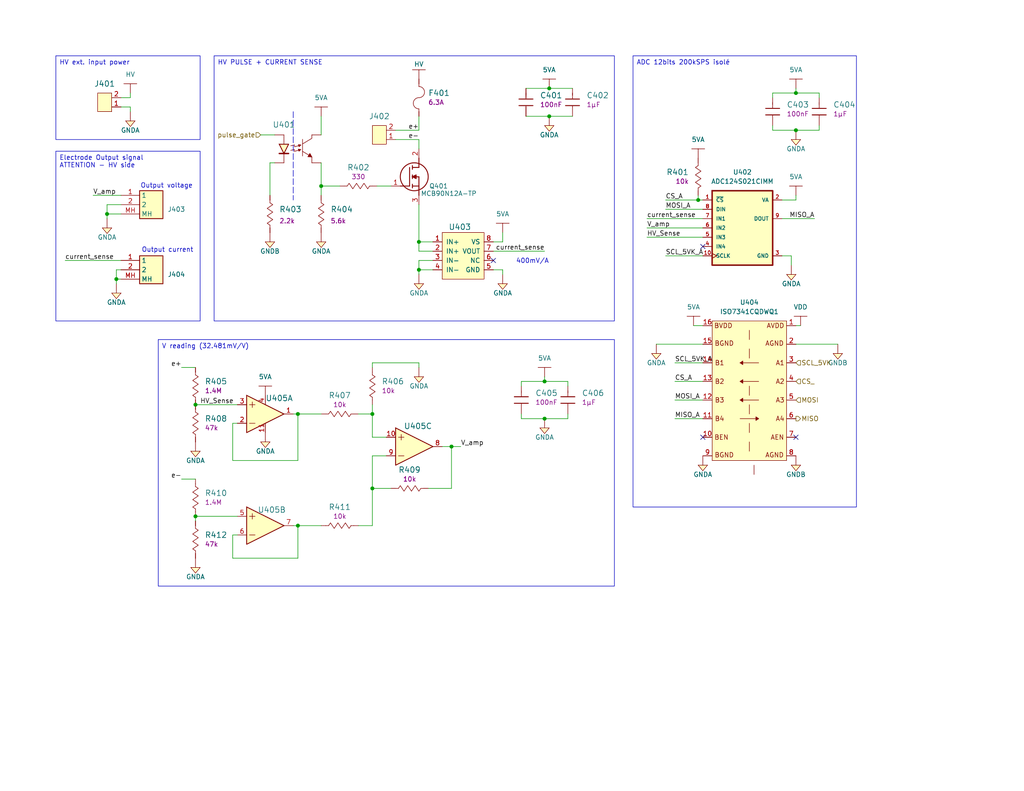
<source format=kicad_sch>
(kicad_sch (version 20231120) (generator "eeschema") (generator_version "8.0")
  (paper "USLetter")
  (title_block (title "HV Sense") (date "2024-05-17") (comment 1 "Gérémy Sauvageau"))
  (lib_symbols
    (symbol "ADC:ADC124S021CIMM" (pin_names (offset 1.016))
      (property "Reference" "U" (at -8.382 11.176 0))
      (property "Value" "ADC124S021CIMM" (at -10.16 -13.208 0))
      (symbol "ADC124S021CIMM_1_0"
        (pin input line (at -11.43 7.62 0) (length 2.54) (name "~{CS}") (number "1"))
        (pin input clock (at -11.43 -7.62 0) (length 2.54) (name "SCLK") (number "10"))
        (pin power_in line (at 10.16 7.62 180) (length 2.54) (name "VA") (number "2"))
        (pin power_in line (at 10.16 -7.62 180) (length 2.54) (name "GND") (number "3"))
        (pin input line (at -11.43 -5.08 0) (length 2.54) (name "IN4") (number "4"))
        (pin input line (at -11.43 -2.54 0) (length 2.54) (name "IN3") (number "5"))
        (pin input line (at -11.43 0 0) (length 2.54) (name "IN2") (number "6"))
        (pin input line (at -11.43 2.54 0) (length 2.54) (name "IN1") (number "7"))
        (pin input line (at -11.43 5.08 0) (length 2.54) (name "DIN") (number "8"))
        (pin output line (at 10.16 2.54 180) (length 2.54) (name "DOUT") (number "9"))
      )
    )
    (symbol "Amplifiers:MCP6L04T-E/SL" (pin_names (offset 0.254))
      (property "Reference" "U" (at 0.762 -7.366 0))
      (property "Value" "MCP6L04T-E/SL" (at 0.762 -9.906 0))
      (symbol "MCP6L04T-E/SL_1_1"
        (pin output line (at 8.89 0 180) (length 2.54) (name "") (number "1"))
        (pin power_in line (at 1.27 -5.08 90) (length 2.54) (name "") (number "11"))
        (pin input line (at -6.35 -2.54 0) (length 2.54) (name "") (number "2"))
        (pin input line (at -6.35 2.54 0) (length 2.54) (name "") (number "3"))
        (pin power_in line (at 1.27 5.08 270) (length 2.54) (name "") (number "4"))
      )
      (symbol "MCP6L04T-E/SL_2_1"
        (pin input line (at -6.35 2.54 0) (length 2.54) (name "") (number "5"))
        (pin input line (at -6.35 -2.54 0) (length 2.54) (name "") (number "6"))
        (pin output line (at 8.89 0 180) (length 2.54) (name "") (number "7"))
      )
      (symbol "MCP6L04T-E/SL_3_1"
        (pin input line (at -6.35 2.54 0) (length 2.54) (name "") (number "10"))
        (pin output line (at 8.89 0 180) (length 2.54) (name "") (number "8"))
        (pin input line (at -6.35 -2.54 0) (length 2.54) (name "") (number "9"))
      )
      (symbol "MCP6L04T-E/SL_4_1"
        (pin input line (at -6.35 2.54 0) (length 2.54) (name "") (number "12"))
        (pin input line (at -6.35 -2.54 0) (length 2.54) (name "") (number "13"))
        (pin output line (at 8.89 0 180) (length 2.54) (name "") (number "14"))
      )
    )
    (symbol "Capacitors:885012207098" (pin_numbers hide) (pin_names (offset 0) hide)
      (property "Reference" "C" (at -1.27 4.064 0))
      (property "Capacitance (Farad)" "100nF" (at -1.27 -3.048 0))
      (symbol "885012207098_1_1"
        (pin passive line (at -5.08 0 0) (length 2.54) (name "1") (number "1"))
        (pin passive line (at 2.54 0 180) (length 2.54) (name "2") (number "2"))
      )
    )
    (symbol "Capacitors:885012207103" (pin_numbers hide) (pin_names (offset 0) hide)
      (property "Reference" "C" (at -1.27 4.064 0))
      (property "Capacitance (Farad)" "1µF" (at -1.27 -3.048 0))
      (symbol "885012207103_1_1"
        (pin passive line (at -5.08 0 0) (length 2.54) (name "1") (number "1"))
        (pin passive line (at 2.54 0 180) (length 2.54) (name "2") (number "2"))
      )
    )
    (symbol "Connectors:1935161" (pin_names (offset 0) hide)
      (property "Reference" "J" (at -2.54 5.08 0))
      (symbol "1935161_1_1"
        (pin passive line (at 2.54 0 180) (length 2.54) (name "~") (number "1"))
        (pin passive line (at 2.54 2.54 180) (length 2.54) (name "~") (number "2"))
      )
    )
    (symbol "Connectors:RF1-01K-D-00-50-BK-HDW "
      (property "Reference" "J" (at 19.05 7.62 0))
      (property "Value" "RF1-01K-D-00-50-BK-HDW " (at 0.762 -8.382 0))
      (symbol "RF1-01K-D-00-50-BK-HDW _1_1"
        (pin passive line (at 20.32 1.27 180) (length 5.08) (name "1") (number "1"))
        (pin passive line (at 20.32 -1.27 180) (length 5.08) (name "2") (number "2"))
        (pin passive line (at 20.32 -3.81 180) (length 5.08) (name "MH") (number "MH"))
      )
    )
    (symbol "Fuses:0698Q6300-01" (pin_numbers hide) (pin_names (offset 0) hide)
      (property "Reference" "F" (at 0 2.794 0))
      (property "Current Rating (A)" "6.3A" (at 0 -2.54 0))
      (symbol "0698Q6300-01_1_1"
        (pin passive line (at -5.08 0 0) (length 1.27) (name "1") (number "1"))
        (pin passive line (at 5.08 0 180) (length 1.27) (name "2") (number "2"))
      )
    )
    (symbol "Isolators:ISO7341CQDWQ1" (pin_names (offset 1.016) hide)
      (property "Reference" "U" (at 0 0 0))
      (property "Value" "ISO7341CQDWQ1" (at -1.27 -40.64 0))
      (symbol "ISO7341CQDWQ1_1_1"
        (text "A1" (at -8.382 -12.7 0) (effects (font (size 1.27 1.27))))
        (text "A2" (at -8.382 -17.78 0) (effects (font (size 1.27 1.27))))
        (text "A3" (at -8.382 -22.86 0) (effects (font (size 1.27 1.27))))
        (text "A4" (at -8.382 -27.94 0) (effects (font (size 1.27 1.27))))
        (text "AEN" (at -7.62 -33.02 0) (effects (font (size 1.27 1.27))))
        (text "AGND" (at -6.858 -37.846 0) (effects (font (size 1.27 1.27))))
        (text "AGND" (at -6.858 -7.366 0) (effects (font (size 1.27 1.27))))
        (text "AVDD" (at -7.112 -2.54 0) (effects (font (size 1.27 1.27))))
        (text "B1" (at 8.128 -12.7 0) (effects (font (size 1.27 1.27))))
        (text "B2" (at 8.128 -17.78 0) (effects (font (size 1.27 1.27))))
        (text "B3" (at 8.128 -22.86 0) (effects (font (size 1.27 1.27))))
        (text "B4" (at 8.128 -27.94 0) (effects (font (size 1.27 1.27))))
        (text "BEN" (at 7.62 -33.02 0) (effects (font (size 1.27 1.27))))
        (text "BGND" (at 6.858 -37.846 0) (effects (font (size 1.27 1.27))))
        (text "BGND" (at 6.858 -7.366 0) (effects (font (size 1.27 1.27))))
        (text "BVDD" (at 7.112 -2.54 0) (effects (font (size 1.27 1.27))))
        (pin input line (at -12.7 -2.54 0) (length 2.54) (name "AVDD") (number "1"))
        (pin input line (at 12.7 -33.02 180) (length 2.54) (name "BEN") (number "10"))
        (pin input line (at 12.7 -27.94 180) (length 2.54) (name "B4") (number "11"))
        (pin output line (at 12.7 -22.86 180) (length 2.54) (name "B3") (number "12"))
        (pin output line (at 12.7 -17.78 180) (length 2.54) (name "B2") (number "13"))
        (pin output line (at 12.7 -12.7 180) (length 2.54) (name "B1") (number "14"))
        (pin input line (at 12.7 -7.62 180) (length 2.54) (name "BGND") (number "15"))
        (pin input line (at 12.7 -2.54 180) (length 2.54) (name "BVDD") (number "16"))
        (pin input line (at -12.7 -7.62 0) (length 2.54) (name "AGND") (number "2"))
        (pin input line (at -12.7 -12.7 0) (length 2.54) (name "A1") (number "3"))
        (pin input line (at -12.7 -17.78 0) (length 2.54) (name "A2") (number "4"))
        (pin input line (at -12.7 -22.86 0) (length 2.54) (name "A3") (number "5"))
        (pin output line (at -12.7 -27.94 0) (length 2.54) (name "A4") (number "6"))
        (pin input line (at -12.7 -33.02 0) (length 2.54) (name "AEN") (number "7"))
        (pin input line (at -12.7 -38.1 0) (length 2.54) (name "AGND") (number "8"))
        (pin input line (at 12.7 -38.1 180) (length 2.54) (name "BGND") (number "9"))
      )
    )
    (symbol "Isolators:LTV-816S" (pin_numbers hide) (pin_names (offset 0) hide)
      (property "Reference" "U" (at 0 7.62 0))
      (property "Value" "LTV-816S" (at 0 -5.08 0))
      (symbol "LTV-816S_1_1"
        (pin passive line (at -5.08 5.08 0) (length 2.54) (name "Anode") (number "1"))
        (pin passive line (at -5.08 -2.54 0) (length 2.54) (name "Cathode") (number "2"))
        (pin passive line (at 7.62 -2.54 180) (length 2.54) (name "E") (number "3"))
        (pin passive line (at 7.62 5.08 180) (length 2.54) (name "C") (number "4"))
      )
    )
    (symbol "MCP6L04T-E/SL_3" (pin_names (offset 0.254))
      (property "Reference" "U" (at 0.762 -7.366 0))
      (property "Value" "MCP6L04T-E/SL" (at 0.762 -9.906 0))
      (symbol "MCP6L04T-E/SL_3_1_1"
        (pin output line (at 8.89 0 180) (length 2.54) (name "") (number "1"))
        (pin power_in line (at 1.27 -5.08 90) (length 2.54) (name "") (number "11"))
        (pin input line (at -6.35 -2.54 0) (length 2.54) (name "") (number "2"))
        (pin input line (at -6.35 2.54 0) (length 2.54) (name "") (number "3"))
        (pin power_in line (at 1.27 5.08 270) (length 2.54) (name "") (number "4"))
      )
      (symbol "MCP6L04T-E/SL_3_2_1"
        (pin input line (at -6.35 2.54 0) (length 2.54) (name "") (number "5"))
        (pin input line (at -6.35 -2.54 0) (length 2.54) (name "") (number "6"))
        (pin output line (at 8.89 0 180) (length 2.54) (name "") (number "7"))
      )
      (symbol "MCP6L04T-E/SL_3_3_1"
        (pin input line (at -6.35 2.54 0) (length 2.54) (name "") (number "10"))
        (pin output line (at 8.89 0 180) (length 2.54) (name "") (number "8"))
        (pin input line (at -6.35 -2.54 0) (length 2.54) (name "") (number "9"))
      )
      (symbol "MCP6L04T-E/SL_3_4_1"
        (pin input line (at -6.35 2.54 0) (length 2.54) (name "") (number "12"))
        (pin input line (at -6.35 -2.54 0) (length 2.54) (name "") (number "13"))
        (pin output line (at 8.89 0 180) (length 2.54) (name "") (number "14"))
      )
    )
    (symbol "Power_Port:5VA" (power) (pin_numbers hide) (pin_names (offset 0) hide)
      (property "Value" "5VA" (at -0.254 3.556 0))
      (symbol "5VA_1_1"
        (pin power_in line (at 0 0 90) (length 0) hide (name "5VA") (number "1"))
      )
    )
    (symbol "Power_Port:GNDA" (power) (pin_numbers hide) (pin_names (offset 0) hide)
      (property "Value" "GNDA" (at 0 -2.54 0))
      (symbol "GNDA_1_1"
        (pin power_in line (at 0 2.54 90) (length 0) hide (name "GNDA") (number "1"))
      )
    )
    (symbol "Power_Port:GNDB" (power) (pin_numbers hide) (pin_names (offset 0) hide)
      (property "Value" "GNDB" (at 0 -2.54 0))
      (symbol "GNDB_1_1"
        (pin power_in line (at 0 2.54 90) (length 0) hide (name "GNDB") (number "1"))
      )
    )
    (symbol "Power_Port:HV" (power) (pin_numbers hide) (pin_names (offset 0) hide)
      (property "Value" "HV" (at -0.254 3.556 0))
      (symbol "HV_1_1"
        (pin power_in line (at 0 0 90) (length 0) hide (name "HV") (number "1"))
      )
    )
    (symbol "Power_Port:VDD" (power) (pin_numbers hide) (pin_names (offset 0) hide)
      (property "Value" "VDD" (at -0.254 3.556 0))
      (symbol "VDD_1_1"
        (pin power_in line (at 0 0 90) (length 0) hide (name "VDD") (number "1"))
      )
    )
    (symbol "Resistors:ERJ-6ENF1404V" (pin_numbers hide) (pin_names (offset 0) hide)
      (property "Reference" "R" (at 0 2.54 0))
      (property "Resistance (Ohms)" "1.4M" (at 0 -2.032 0))
      (symbol "ERJ-6ENF1404V_1_1"
        (pin passive line (at -5.08 0 0) (length 1.27) (name "1") (number "1"))
        (pin passive line (at 5.08 0 180) (length 1.27) (name "2") (number "2"))
      )
    )
    (symbol "Resistors:RC0805FR-0747KL" (pin_numbers hide) (pin_names (offset 0) hide)
      (property "Reference" "R" (at 0 2.032 0))
      (property "Resistance (Ohms)" "47k" (at 0 -1.778 0))
      (symbol "RC0805FR-0747KL_1_1"
        (pin passive line (at -5.08 0 0) (length 1.27) (name "1") (number "1"))
        (pin passive line (at 5.08 0 180) (length 1.27) (name "2") (number "2"))
      )
    )
    (symbol "Resistors:RC0805FR-075K6L" (pin_numbers hide) (pin_names (offset 0) hide)
      (property "Reference" "R" (at 0 2.032 0))
      (property "Resistance (Ohms)" "5.6k" (at 0 -1.778 0))
      (symbol "RC0805FR-075K6L_1_1"
        (pin passive line (at -5.08 0 0) (length 1.27) (name "1") (number "1"))
        (pin passive line (at 5.08 0 180) (length 1.27) (name "2") (number "2"))
      )
    )
    (symbol "Resistors:RC0805JR-0710KL" (pin_numbers hide) (pin_names (offset 0) hide)
      (property "Reference" "R" (at 0 2.032 0))
      (property "Resistance (Ohms)" "10k" (at 0 -1.778 0))
      (symbol "RC0805JR-0710KL_1_1"
        (pin passive line (at -5.08 0 0) (length 1.27) (name "1") (number "1"))
        (pin passive line (at 5.08 0 180) (length 1.27) (name "2") (number "2"))
      )
    )
    (symbol "Resistors:RC0805JR-072K2L" (pin_numbers hide) (pin_names (offset 0) hide)
      (property "Reference" "R" (at 0 2.032 0))
      (property "Resistance (Ohms)" "2.2k" (at 0 -1.778 0))
      (symbol "RC0805JR-072K2L_1_1"
        (pin passive line (at -5.08 0 0) (length 1.27) (name "1") (number "1"))
        (pin passive line (at 5.08 0 180) (length 1.27) (name "2") (number "2"))
      )
    )
    (symbol "Resistors:RC0805JR-07330RL" (pin_numbers hide) (pin_names (offset 0) hide)
      (property "Reference" "R" (at 0 2.032 0))
      (property "Resistance (Ohms)" "330" (at 0 -1.778 0))
      (symbol "RC0805JR-07330RL_1_1"
        (pin passive line (at -5.08 0 0) (length 1.27) (name "1") (number "1"))
        (pin passive line (at 5.08 0 180) (length 1.27) (name "2") (number "2"))
      )
    )
    (symbol "Sensors:TMCS1101A3UQDT" (pin_names (offset 1.016))
      (property "Reference" "U" (at -1.524 14.224 0))
      (property "Value" "TMCS1101A3UQDT" (at 0 -2.54 0))
      (symbol "TMCS1101A3UQDT_1_1"
        (pin input line (at -8.89 10.16 0) (length 2.54) (name "IN+") (number "1"))
        (pin input line (at -8.89 7.62 0) (length 2.54) (name "IN+") (number "2"))
        (pin input line (at -8.89 5.08 0) (length 2.54) (name "IN-") (number "3"))
        (pin input line (at -8.89 2.54 0) (length 2.54) (name "IN-") (number "4"))
        (pin input line (at 7.62 2.54 180) (length 2.54) (name "GND") (number "5"))
        (pin input line (at 7.62 5.08 180) (length 2.54) (name "NC") (number "6"))
        (pin input line (at 7.62 7.62 180) (length 2.54) (name "VOUT") (number "7"))
        (pin input line (at 7.62 10.16 180) (length 2.54) (name "VS") (number "8"))
      )
    )
    (symbol "Transistors:MCB90N12A-TP" (pin_names hide)
      (property "Reference" "Q" (at 11.43 3.81 0))
      (property "Value" "MCB90N12A-TP" (at 11.43 1.27 0))
      (symbol "MCB90N12A-TP_1_1"
        (pin passive line (at 0 0 0) (length 2.54) (name "G") (number "1"))
        (pin passive line (at 7.62 10.16 270) (length 2.54) (name "D") (number "2"))
        (pin passive line (at 7.62 -5.08 90) (length 2.54) (name "S") (number "3"))
      )
    )
  )
  (junction (at 101.6 113.03))
  (junction (at 87.63 50.8))
  (junction (at 190.5 54.61))
  (junction (at 149.86 24.13))
  (junction (at 114.3 73.66))
  (junction (at 81.28 113.03))
  (junction (at 217.17 35.56))
  (junction (at 53.34 140.97))
  (junction (at 29.21 58.42))
  (junction (at 123.19 121.92))
  (junction (at 31.75 76.2))
  (junction (at 217.17 25.4))
  (junction (at 148.59 114.3))
  (junction (at 114.3 66.04))
  (junction (at 149.86 31.75))
  (junction (at 81.28 143.51))
  (junction (at 148.59 104.14))
  (junction (at 53.34 110.49))
  (junction (at 101.6 133.35))
  (no_connect (at 217.17 119.38))
  (no_connect (at 134.62 71.12))
  (no_connect (at 191.77 119.38))
  (no_connect (at 191.77 67.31))
  (wire (pts (xy 101.6 99.06) (xy 101.6 100.33)))
  (wire (pts (xy 176.53 62.23) (xy 191.77 62.23)))
  (wire (pts (xy 142.24 104.14) (xy 148.59 104.14)))
  (wire (pts (xy 190.5 54.61) (xy 191.77 54.61)))
  (wire (pts (xy 114.3 99.06) (xy 114.3 100.33)))
  (wire (pts (xy 143.51 31.75) (xy 149.86 31.75)))
  (wire (pts (xy 191.77 88.9) (xy 189.23 88.9)))
  (wire (pts (xy 210.82 25.4) (xy 210.82 26.67)))
  (wire (pts (xy 154.94 113.03) (xy 154.94 114.3)))
  (wire (pts (xy 74.93 44.45) (xy 73.66 44.45)))
  (wire (pts (xy 101.6 99.06) (xy 114.3 99.06)))
  (wire (pts (xy 123.19 133.35) (xy 123.19 121.92)))
  (wire (pts (xy 137.16 66.04) (xy 137.16 63.5)))
  (wire (pts (xy 101.6 124.46) (xy 105.41 124.46)))
  (wire (pts (xy 101.6 133.35) (xy 101.6 124.46)))
  (wire (pts (xy 63.5 115.57) (xy 63.5 125.73)))
  (wire (pts (xy 105.41 119.38) (xy 101.6 119.38)))
  (wire (pts (xy 81.28 113.03) (xy 81.28 125.73)))
  (wire (pts (xy 191.77 93.98) (xy 179.07 93.98)))
  (wire (pts (xy 33.02 26.67) (xy 35.56 26.67)))
  (wire (pts (xy 123.19 121.92) (xy 120.65 121.92)))
  (wire (pts (xy 81.28 143.51) (xy 87.63 143.51)))
  (wire (pts (xy 101.6 133.35) (xy 101.6 143.51)))
  (wire (pts (xy 29.21 58.42) (xy 29.21 55.88)))
  (wire (pts (xy 101.6 133.35) (xy 106.68 133.35)))
  (wire (pts (xy 114.3 71.12) (xy 118.11 71.12)))
  (wire (pts (xy 217.17 53.34) (xy 217.17 54.61)))
  (wire (pts (xy 63.5 152.4) (xy 81.28 152.4)))
  (wire (pts (xy 149.86 24.13) (xy 156.21 24.13)))
  (wire (pts (xy 33.02 76.2) (xy 31.75 76.2)))
  (wire (pts (xy 123.19 121.92) (xy 125.73 121.92)))
  (wire (pts (xy 114.3 66.04) (xy 114.3 68.58)))
  (wire (pts (xy 25.4 53.34) (xy 33.02 53.34)))
  (wire (pts (xy 63.5 125.73) (xy 81.28 125.73)))
  (wire (pts (xy 17.78 71.12) (xy 33.02 71.12)))
  (wire (pts (xy 35.56 26.67) (xy 35.56 25.4)))
  (wire (pts (xy 176.53 59.69) (xy 191.77 59.69)))
  (wire (pts (xy 181.61 57.15) (xy 191.77 57.15)))
  (wire (pts (xy 101.6 110.49) (xy 101.6 113.03)))
  (wire (pts (xy 191.77 109.22) (xy 184.15 109.22)))
  (wire (pts (xy 81.28 143.51) (xy 80.01 143.51)))
  (wire (pts (xy 49.53 130.81) (xy 53.34 130.81)))
  (wire (pts (xy 142.24 113.03) (xy 142.24 114.3)))
  (wire (pts (xy 114.3 73.66) (xy 118.11 73.66)))
  (wire (pts (xy 191.77 104.14) (xy 184.15 104.14)))
  (wire (pts (xy 73.66 44.45) (xy 73.66 53.34)))
  (wire (pts (xy 71.12 36.83) (xy 74.93 36.83)))
  (wire (pts (xy 114.3 68.58) (xy 118.11 68.58)))
  (wire (pts (xy 134.62 73.66) (xy 137.16 73.66)))
  (wire (pts (xy 102.87 50.8) (xy 106.68 50.8)))
  (wire (pts (xy 210.82 25.4) (xy 217.17 25.4)))
  (wire (pts (xy 217.17 93.98) (xy 228.6 93.98)))
  (wire (pts (xy 114.3 66.04) (xy 118.11 66.04)))
  (wire (pts (xy 217.17 24.13) (xy 217.17 25.4)))
  (wire (pts (xy 53.34 110.49) (xy 64.77 110.49)))
  (polyline (pts (xy 80.01 30.48) (xy 80.01 54.61)) (stroke (width 0) (type dash)))
  (wire (pts (xy 29.21 58.42) (xy 33.02 58.42)))
  (wire (pts (xy 81.28 143.51) (xy 81.28 152.4)))
  (wire (pts (xy 217.17 35.56) (xy 223.52 35.56)))
  (wire (pts (xy 116.84 133.35) (xy 123.19 133.35)))
  (wire (pts (xy 81.28 113.03) (xy 87.63 113.03)))
  (wire (pts (xy 210.82 34.29) (xy 210.82 35.56)))
  (wire (pts (xy 114.3 71.12) (xy 114.3 73.66)))
  (wire (pts (xy 148.59 114.3) (xy 154.94 114.3)))
  (wire (pts (xy 64.77 115.57) (xy 63.5 115.57)))
  (wire (pts (xy 137.16 73.66) (xy 137.16 74.93)))
  (wire (pts (xy 35.56 29.21) (xy 33.02 29.21)))
  (wire (pts (xy 31.75 73.66) (xy 33.02 73.66)))
  (wire (pts (xy 107.95 38.1) (xy 114.3 38.1)))
  (wire (pts (xy 81.28 113.03) (xy 80.01 113.03)))
  (wire (pts (xy 87.63 31.75) (xy 87.63 36.83)))
  (wire (pts (xy 114.3 38.1) (xy 114.3 40.64)))
  (wire (pts (xy 101.6 113.03) (xy 97.79 113.03)))
  (wire (pts (xy 107.95 35.56) (xy 114.3 35.56)))
  (wire (pts (xy 148.59 102.87) (xy 148.59 104.14)))
  (wire (pts (xy 218.44 88.9) (xy 217.17 88.9)))
  (wire (pts (xy 29.21 55.88) (xy 33.02 55.88)))
  (wire (pts (xy 148.59 104.14) (xy 154.94 104.14)))
  (wire (pts (xy 64.77 146.05) (xy 63.5 146.05)))
  (wire (pts (xy 97.79 143.51) (xy 101.6 143.51)))
  (wire (pts (xy 49.53 100.33) (xy 53.34 100.33)))
  (wire (pts (xy 176.53 64.77) (xy 191.77 64.77)))
  (wire (pts (xy 213.36 69.85) (xy 215.9 69.85)))
  (wire (pts (xy 223.52 25.4) (xy 223.52 26.67)))
  (wire (pts (xy 191.77 99.06) (xy 184.15 99.06)))
  (wire (pts (xy 31.75 76.2) (xy 31.75 73.66)))
  (wire (pts (xy 87.63 50.8) (xy 87.63 53.34)))
  (wire (pts (xy 154.94 104.14) (xy 154.94 105.41)))
  (wire (pts (xy 181.61 69.85) (xy 191.77 69.85)))
  (wire (pts (xy 101.6 119.38) (xy 101.6 113.03)))
  (wire (pts (xy 53.34 140.97) (xy 53.34 142.24)))
  (wire (pts (xy 35.56 30.48) (xy 35.56 29.21)))
  (wire (pts (xy 181.61 54.61) (xy 190.5 54.61)))
  (wire (pts (xy 114.3 31.75) (xy 114.3 35.56)))
  (wire (pts (xy 31.75 76.2) (xy 31.75 77.47)))
  (wire (pts (xy 143.51 24.13) (xy 149.86 24.13)))
  (wire (pts (xy 63.5 146.05) (xy 63.5 152.4)))
  (wire (pts (xy 114.3 73.66) (xy 114.3 74.93)))
  (wire (pts (xy 142.24 104.14) (xy 142.24 105.41)))
  (wire (pts (xy 53.34 140.97) (xy 64.77 140.97)))
  (wire (pts (xy 149.86 31.75) (xy 156.21 31.75)))
  (wire (pts (xy 210.82 35.56) (xy 217.17 35.56)))
  (wire (pts (xy 92.71 50.8) (xy 87.63 50.8)))
  (wire (pts (xy 134.62 66.04) (xy 137.16 66.04)))
  (wire (pts (xy 134.62 68.58) (xy 148.59 68.58)))
  (wire (pts (xy 142.24 114.3) (xy 148.59 114.3)))
  (wire (pts (xy 213.36 59.69) (xy 222.25 59.69)))
  (wire (pts (xy 217.17 25.4) (xy 223.52 25.4)))
  (wire (pts (xy 217.17 54.61) (xy 213.36 54.61)))
  (wire (pts (xy 215.9 69.85) (xy 215.9 72.39)))
  (wire (pts (xy 223.52 34.29) (xy 223.52 35.56)))
  (wire (pts (xy 87.63 44.45) (xy 87.63 50.8)))
  (wire (pts (xy 191.77 114.3) (xy 184.15 114.3)))
  (wire (pts (xy 190.5 53.34) (xy 190.5 54.61)))
  (wire (pts (xy 29.21 59.69) (xy 29.21 58.42)))
  (wire (pts (xy 114.3 55.88) (xy 114.3 66.04)))
  (text_box "V reading (32.481mV/V)" (at 43.18 92.71 0) (size 124.46 67.31) (effects (font (size 1.27 1.27)) (justify left top)))
  (text_box "ADC 12bits 200kSPS isolé" (at 172.72 15.24 0) (size 60.96 123.19) (effects (font (size 1.27 1.27)) (justify left top)))
  (text_box "Electrode Output signal\nATTENTION - HV side" (at 15.24 41.275 0) (size 39.37 46.355) (effects (font (size 1.27 1.27)) (justify left top)))
  (text_box "HV ext. input power" (at 15.24 15.24 0) (size 39.37 22.86) (effects (font (size 1.27 1.27)) (justify left top)))
  (text_box "HV PULSE + CURRENT SENSE" (at 58.42 15.24 0) (size 109.22 72.39) (effects (font (size 1.27 1.27)) (justify left top)))
  (text "Output voltage" (at 45.466 50.8 0) (effects (font (size 1.27 1.27))))
  (text "Output current" (at 45.72 68.326 0) (effects (font (size 1.27 1.27))))
  (text "400mV/A" (at 145.288 71.374 0) (effects (font (size 1.27 1.27))))
  (label "V_amp" (at 125.73 121.92 0))
  (label "V_amp" (at 25.4 53.34 0))
  (label "SCL_5VK_A" (at 181.61 69.85 0))
  (label "current_sense" (at 148.59 68.58 180))
  (label "V_amp" (at 176.53 62.23 0))
  (label "e-" (at 114.3 38.1 180))
  (label "CS_A" (at 184.15 104.14 0))
  (label "current_sense" (at 17.78 71.12 0))
  (label "e+" (at 49.53 100.33 180))
  (label "HV_Sense" (at 54.61 110.49 0))
  (label "e+" (at 114.3 35.56 180))
  (label "CS_A" (at 181.61 54.61 0))
  (label "MOSI_A" (at 181.61 57.15 0))
  (label "e-" (at 49.53 130.81 180))
  (label "HV_Sense" (at 176.53 64.77 0))
  (label "MISO_A" (at 222.25 59.69 180))
  (label "MISO_A" (at 184.15 114.3 0))
  (label "SCL_5VK_A" (at 184.15 99.06 0))
  (label "current_sense" (at 176.53 59.69 0))
  (label "MOSI_A" (at 184.15 109.22 0))
  (hierarchical_label "pulse_gate" (shape input) (at 71.12 36.83 180))
  (hierarchical_label "MOSI" (shape input) (at 217.17 109.22 0))
  (hierarchical_label "CS_" (shape input) (at 217.17 104.14 0))
  (hierarchical_label "SCL_5VK" (shape input) (at 217.17 99.06 0))
  (hierarchical_label "MISO" (shape output) (at 217.17 114.3 0))
  (symbol (lib_id "Power_Port:5VA") (at 189.23 88.9 0) (mirror y) (unit 1)
    (property "Reference" "#PWR0419" (effects (hide yes)))
    (property "Value" "5VA" (at 189.23 83.82 0))
  )
  (symbol (lib_id "Power_Port:5VA") (at 217.17 53.34 0) (unit 1)
    (property "Reference" "#PWR0410" (effects (hide yes)))
    (property "Value" "5VA" (at 217.17 48.26 0))
  )
  (symbol (lib_id "Power_Port:GNDB") (at 73.66 66.04 0) (unit 1)
    (property "Reference" "#PWR0413" (effects (hide yes)))
    (property "Value" "GNDB" (at 73.66 68.58 0))
  )
  (symbol (lib_id "Resistors:RC0805JR-0710KL") (at 92.71 143.51 0) (unit 1)
    (property "Reference" "R411" (at 92.71 138.43 0) (effects (font (size 1.524 1.524))))
    (property "Value" "RC0805JR-0710KL" (effects (hide yes)))
    (property "Footprint" "Resistors:R0805" (effects (hide yes)))
    (property "Datasheet" "http://www.yageo.com/documents/recent/PYu-RC_Group_51_RoHS_L_7.pdf" (effects (hide yes)))
    (property "Description" "RES SMD 10K OHM 5% 1/8W 0805" (effects (hide yes)))
    (property "Supplier" "Digikey" (effects (hide yes)))
    (property "Supplier Part Number" "311-10KARCT-ND" (effects (hide yes)))
    (property "Manufacturer" "Yageo" (effects (hide yes)))
    (property "Manufacturer Part Number" "RC0805JR-0710KL" (effects (hide yes)))
    (property "Resistance (Ohms)" "10k" (at 92.71 140.97 0))
    (property "Tolerance (%)" "±5%" (effects (hide yes)))
    (property "Puissance (Watts)" "1/8W" (effects (hide yes)))
  )
  (symbol (lib_id "Power_Port:GNDA") (at 215.9 74.93 0) (unit 1)
    (property "Reference" "#PWR0415" (effects (hide yes)))
    (property "Value" "GNDA" (at 215.9 77.47 0))
  )
  (symbol (lib_id "Power_Port:HV") (at 35.56 25.4 0) (unit 1)
    (property "Reference" "#PWR0404" (effects (hide yes)))
    (property "Value" "HV" (at 35.56 20.32 0))
  )
  (symbol (lib_id "Power_Port:5VA") (at 72.39 107.95 0) (unit 1)
    (property "Reference" "#PWR0425" (effects (hide yes)))
    (property "Value" "5VA" (at 72.39 102.87 0))
  )
  (symbol (lib_id "Power_Port:GNDA") (at 217.17 38.1 0) (unit 1)
    (property "Reference" "#PWR0408" (effects (hide yes)))
    (property "Value" "GNDA" (at 217.17 40.64 0))
  )
  (symbol (lib_id "Power_Port:GNDA") (at 179.07 96.52 0) (mirror y) (unit 1)
    (property "Reference" "#PWR0421" (effects (hide yes)))
    (property "Value" "GNDA" (at 179.07 99.06 0))
  )
  (symbol (lib_id "ADC:ADC124S021CIMM") (at 203.2 62.23 0) (unit 1)
    (property "Reference" "U402" (at 202.565 46.99 0))
    (property "Value" "ADC124S021CIMM" (at 202.565 49.53 0))
    (property "Footprint" "IC:SOP50P490X110-10N" (effects (hide yes)))
    (property "Datasheet" "https://www.ti.com/lit/ds/symlink/adc124s021.pdf?HQS=dis-dk-null-digikeymode-dsf-pf-null-wwe&ts=1717077338066&ref_url=https%253A%252F%252Fwww.ti.com%252Fgeneral%252Fdocs%252Fsuppproductinfo.tsp%253FdistId%253D10%2526gotoUrl%253Dhttps%253A%252F%252Fwww.ti.com%252Flit%252Fgpn%252Fadc124s021" (effects (hide yes)))
    (property "Description" "ADC 12 bit 4ch SPI" (effects (hide yes)))
    (property "Supplier" "Digikey" (effects (hide yes)))
    (property "Supplier Part number" "296-ADC124S021CIMMX/NOPBCT-ND" (effects (hide yes)))
    (property "Manufacturer" "Texas Instruments" (effects (hide yes)))
    (property "Manufacturer Part Number" "ADC124S021CIMM" (effects (hide yes)))
  )
  (symbol (lib_id "Amplifiers:MCP6L04T-E/SL") (at 71.12 113.03 0) (unit 1)
    (property "Reference" "U405" (at 76.2 108.712 0) (effects (font (size 1.524 1.524))))
    (property "Value" "MCP6L04T-E/SL" (effects (hide yes)))
    (property "Footprint" "IC:SOIC127P600X175-14N" (effects (hide yes)))
    (property "Datasheet" "https://ww1.microchip.com/downloads/en/DeviceDoc/MCP6L01-1R-1U-2-4-1-MHz-85-uA-Op-Amps-DS20002140D.pdf" (effects (hide yes)))
    (property "Description" "IC OPAMP GP 2 CIRCUIT 8SOIC" (effects (hide yes)))
    (property "Manufacturer" "Microchip" (effects (hide yes)))
    (property "Manufacturer Part Number" "MCP6L04T-E/SL" (effects (hide yes)))
    (property "Supplier" "Digikey" (effects (hide yes)))
    (property "Supplier Part Number" "MCP6L04T-E/SLCT-ND" (effects (hide yes)))
  )
  (symbol (lib_id "Connectors:1935161") (at 105.41 38.1 0) (unit 1)
    (property "Reference" "J402" (at 103.505 31.75 0) (effects (font (size 1.524 1.524))))
    (property "Value" "1935161" (effects (hide yes)))
    (property "Footprint" "Connectors:1935161" (effects (hide yes)))
    (property "Datasheet" "https://media.digikey.com/pdf/Data%20Sheets/Phoenix%20Contact%20PDFs/1935161.pdf" (effects (hide yes)))
    (property "Description" "TERM BLOCK PCB 2POS 5.0MM GREEN" (effects (hide yes)))
    (property "Supplier" "Digikey" (effects (hide yes)))
    (property "Supplier Part Number" "277-1667-ND" (effects (hide yes)))
    (property "Manufacturer" "Phoenix Contact" (effects (hide yes)))
    (property "Manufacturer Part Number" "1935161" (effects (hide yes)))
  )
  (symbol (lib_id "Connectors:1935161") (at 30.48 29.21 0) (unit 1)
    (property "Reference" "J401" (at 28.575 22.86 0) (effects (font (size 1.524 1.524))))
    (property "Value" "1935161" (effects (hide yes)))
    (property "Footprint" "Connectors:1935161" (effects (hide yes)))
    (property "Datasheet" "https://media.digikey.com/pdf/Data%20Sheets/Phoenix%20Contact%20PDFs/1935161.pdf" (effects (hide yes)))
    (property "Description" "TERM BLOCK PCB 2POS 5.0MM GREEN" (effects (hide yes)))
    (property "Supplier" "Digikey" (effects (hide yes)))
    (property "Supplier Part Number" "277-1667-ND" (effects (hide yes)))
    (property "Manufacturer" "Phoenix Contact" (effects (hide yes)))
    (property "Manufacturer Part Number" "1935161" (effects (hide yes)))
  )
  (symbol (lib_id "Resistors:RC0805JR-0710KL") (at 111.76 133.35 0) (unit 1)
    (property "Reference" "R409" (at 111.76 128.27 0) (effects (font (size 1.524 1.524))))
    (property "Value" "RC0805JR-0710KL" (effects (hide yes)))
    (property "Footprint" "Resistors:R0805" (effects (hide yes)))
    (property "Datasheet" "http://www.yageo.com/documents/recent/PYu-RC_Group_51_RoHS_L_7.pdf" (effects (hide yes)))
    (property "Description" "RES SMD 10K OHM 5% 1/8W 0805" (effects (hide yes)))
    (property "Supplier" "Digikey" (effects (hide yes)))
    (property "Supplier Part Number" "311-10KARCT-ND" (effects (hide yes)))
    (property "Manufacturer" "Yageo" (effects (hide yes)))
    (property "Manufacturer Part Number" "RC0805JR-0710KL" (effects (hide yes)))
    (property "Resistance (Ohms)" "10k" (at 111.76 130.81 0))
    (property "Tolerance (%)" "±5%" (effects (hide yes)))
    (property "Puissance (Watts)" "1/8W" (effects (hide yes)))
  )
  (symbol (lib_id "Isolators:LTV-816S") (at 80.01 41.91 0) (unit 1)
    (property "Reference" "U401" (at 77.47 34.036 0) (effects (font (size 1.524 1.524))))
    (property "Value" "LTV-816S" (effects (hide yes)))
    (property "Footprint" "IC:4-SMD" (effects (hide yes)))
    (property "Datasheet" "https://media.digikey.com/pdf/Data%20Sheets/Lite-On%20PDFs/LTV-816_826_846.pdf" (effects (hide yes)))
    (property "Description" "OPTOISOLATR 5KV TRANSISTOR 4-SMD" (effects (hide yes)))
    (property "Supplier" "Digikey" (effects (hide yes)))
    (property "Supplier Part Number" "160-1361-5-ND" (effects (hide yes)))
    (property "Manufacturer" "Lite-On Inc." (effects (hide yes)))
    (property "Manufacturer Part Number" "LTV-816S" (effects (hide yes)))
  )
  (symbol (lib_id "Power_Port:GNDA") (at 29.21 62.23 0) (unit 1)
    (property "Reference" "#PWR0411" (effects (hide yes)))
    (property "Value" "GNDA" (at 29.21 64.77 0))
  )
  (symbol (lib_id "Resistors:ERJ-6ENF1404V") (at 53.34 135.89 90) (unit 1)
    (property "Reference" "R410" (at 55.88 134.6199 90) (effects (font (size 1.524 1.524)) (justify right)))
    (property "Value" "ERJ-6ENF1404V" (effects (hide yes)))
    (property "Footprint" "Resistors:R0805" (effects (hide yes)))
    (property "Datasheet" "https://industrial.panasonic.com/cdbs/www-data/pdf/RDA0000/AOA0000C304.pdf" (effects (hide yes)))
    (property "Description" "RES SMD 1.4MOHM 1% 1/8W 0805" (effects (hide yes)))
    (property "Supplier" "Digikey" (effects (hide yes)))
    (property "Supplier Part Number" "P1.4BTCT-ND" (effects (hide yes)))
    (property "Manufacturer" "Panasonic" (effects (hide yes)))
    (property "Manufacturer Part Number" "ERJ-6ENF1404V" (effects (hide yes)))
    (property "Resistance (Ohms)" "1.4M" (at 55.88 137.1599 90) (effects (justify right)))
    (property "Puissance (Watts)" "1/8" (effects (hide yes)))
    (property "Tolerance (%)" "1%" (effects (hide yes)))
  )
  (symbol (lib_id "Capacitors:885012207103") (at 154.94 107.95 90) (unit 1)
    (property "Reference" "C406" (at 158.75 107.3149 90) (effects (font (size 1.524 1.524)) (justify right)))
    (property "Value" "885012207103" (effects (hide yes)))
    (property "Footprint" "Capacitors:C0805" (effects (hide yes)))
    (property "Datasheet" "https://www.we-online.com/katalog/datasheet/885012107003.pdf" (effects (hide yes)))
    (property "Description" "CAP CER 1UF 50V X7R 0805" (effects (hide yes)))
    (property "Supplier" "Digikey" (effects (hide yes)))
    (property "Supplier Part Number" "732-7678-1-ND" (effects (hide yes)))
    (property "Manufacturer" "Wurth Electronics Inc." (effects (hide yes)))
    (property "Manufacturer Part Number" "885012207103" (effects (hide yes)))
    (property "Capacitance (Farad)" "1µF" (at 158.75 109.8549 90) (effects (justify right)))
    (property "Tolerance (%)" "±10%" (effects (hide yes)))
    (property "Voltage Rated (Volt)" "50V" (effects (hide yes)))
  )
  (symbol (lib_id "Resistors:RC0805JR-07330RL") (at 97.79 50.8 0) (unit 1)
    (property "Reference" "R402" (at 97.79 45.72 0) (effects (font (size 1.524 1.524))))
    (property "Value" "RC0805JR-07330RL" (effects (hide yes)))
    (property "Footprint" "Resistors:R0805" (effects (hide yes)))
    (property "Datasheet" "http://www.yageo.com/documents/recent/PYu-RC_Group_51_RoHS_L_7.pdf" (effects (hide yes)))
    (property "Description" "RES SMD 330 OHM 5% 1/8W 0805" (effects (hide yes)))
    (property "Supplier" "Digikey" (effects (hide yes)))
    (property "Supplier Part Number" "311-330ARCT-ND" (effects (hide yes)))
    (property "Manufacturer" "Yageo" (effects (hide yes)))
    (property "Manufacturer Part Number" "RC0805JR-07330RL" (effects (hide yes)))
    (property "Resistance (Ohms)" "330" (at 97.79 48.26 0))
    (property "Tolerance (%)" "±5%" (effects (hide yes)))
    (property "Puissance (Watts)" "1/8W" (effects (hide yes)))
  )
  (symbol (lib_name "MCP6L04T-E/SL_3") (lib_id "Amplifiers:MCP6L04T-E/SL") (at 71.12 143.51 0) (unit 2)
    (property "Reference" "U405" (at 74.168 139.192 0) (effects (font (size 1.524 1.524))))
    (property "Value" "MCP6L04T-E/SL" (effects (hide yes)))
    (property "Footprint" "IC:SOIC127P600X175-14N" (effects (hide yes)))
    (property "Datasheet" "https://ww1.microchip.com/downloads/en/DeviceDoc/MCP6L01-1R-1U-2-4-1-MHz-85-uA-Op-Amps-DS20002140D.pdf" (effects (hide yes)))
    (property "Description" "IC OPAMP GP 2 CIRCUIT 8SOIC" (effects (hide yes)))
    (property "Manufacturer" "Microchip" (effects (hide yes)))
    (property "Manufacturer Part Number" "MCP6L04T-E/SL" (effects (hide yes)))
    (property "Supplier" "Digikey" (effects (hide yes)))
    (property "Supplier Part Number" "MCP6L04T-E/SLCT-ND" (effects (hide yes)))
  )
  (symbol (lib_id "Power_Port:GNDA") (at 148.59 116.84 0) (unit 1)
    (property "Reference" "#PWR0426" (effects (hide yes)))
    (property "Value" "GNDA" (at 148.59 119.38 0))
  )
  (symbol (lib_id "Amplifiers:MCP6L04T-E/SL") (at 111.76 121.92 0) (unit 3)
    (property "Reference" "U405" (at 114.046 116.332 0) (effects (font (size 1.524 1.524))))
    (property "Value" "MCP6L04T-E/SL" (effects (hide yes)))
    (property "Footprint" "IC:SOIC127P600X175-14N" (effects (hide yes)))
    (property "Datasheet" "https://ww1.microchip.com/downloads/en/DeviceDoc/MCP6L01-1R-1U-2-4-1-MHz-85-uA-Op-Amps-DS20002140D.pdf" (effects (hide yes)))
    (property "Description" "IC OPAMP GP 2 CIRCUIT 8SOIC" (effects (hide yes)))
    (property "Manufacturer" "Microchip" (effects (hide yes)))
    (property "Manufacturer Part Number" "MCP6L04T-E/SL" (effects (hide yes)))
    (property "Supplier" "Digikey" (effects (hide yes)))
    (property "Supplier Part Number" "MCP6L04T-E/SLCT-ND" (effects (hide yes)))
  )
  (symbol (lib_id "Power_Port:GNDA") (at 191.77 127 0) (mirror y) (unit 1)
    (property "Reference" "#PWR0429" (effects (hide yes)))
    (property "Value" "GNDA" (at 191.77 129.54 0))
  )
  (symbol (lib_id "Power_Port:GNDA") (at 149.86 34.29 0) (unit 1)
    (property "Reference" "#PWR0407" (effects (hide yes)))
    (property "Value" "GNDA" (at 149.86 36.83 0))
  )
  (symbol (lib_id "Power_Port:GNDA") (at 137.16 77.47 0) (unit 1)
    (property "Reference" "#PWR0417" (effects (hide yes)))
    (property "Value" "GNDA" (at 137.16 80.01 0))
  )
  (symbol (lib_id "Power_Port:5VA") (at 137.16 63.5 0) (unit 1)
    (property "Reference" "#PWR0412" (effects (hide yes)))
    (property "Value" "5VA" (at 137.16 58.42 0))
  )
  (symbol (lib_id "Connectors:RF1-01K-D-00-50-BK-HDW ") (at 53.34 72.39 0) (mirror y) (unit 1)
    (property "Reference" "J404" (at 45.72 74.9301 0) (effects (justify right)))
    (property "Value" "RF1-01K-D-00-50-BK-HDW " (effects (hide yes)))
    (property "Footprint" "Connectors:RF101KD0050" (effects (hide yes)))
    (property "Datasheet" "https://app.adam-tech.com/products/download/data_sheet/219102/rf1-01k-d-00-50-bk-hdw-data-sheet.pdf" (effects (hide yes)))
    (property "Description" "BNC R/A LOW PROFILE INSUL PCB SK" (effects (hide yes)))
    (property "Height" "16.181" (effects (hide yes)))
    (property "Supplier Part Number" "2057-RF1-01K-D-00-50-BK-HDW-ND" (effects (hide yes)))
    (property "Supplier" "Digikey" (effects (hide yes)))
    (property "Manufacturer" "Adam Tech" (effects (hide yes)))
    (property "Manufacturer Part Number" "RF1-01K-D-00-50-BK-HDW " (effects (hide yes)))
  )
  (symbol (lib_id "Power_Port:VDD") (at 218.44 88.9 0) (mirror y) (unit 1)
    (property "Reference" "#PWR0420" (effects (hide yes)))
    (property "Value" "VDD" (at 218.44 83.82 0))
  )
  (symbol (lib_id "Resistors:RC0805JR-072K2L") (at 73.66 58.42 90) (unit 1)
    (property "Reference" "R403" (at 76.2 57.15 90) (effects (font (size 1.524 1.524)) (justify right)))
    (property "Value" "RC0805JR-072K2L" (effects (hide yes)))
    (property "Footprint" "Resistors:R0805" (effects (hide yes)))
    (property "Datasheet" "http://www.yageo.com/documents/recent/PYu-RC_Group_51_RoHS_L_7.pdf" (effects (hide yes)))
    (property "Description" "RES SMD 2.2K OHM 5% 1/8W 0805" (effects (hide yes)))
    (property "Supplier" "Digikey" (effects (hide yes)))
    (property "Supplier Part Number" "311-2.2KARCT-ND" (effects (hide yes)))
    (property "Manufacturer" "Yageo" (effects (hide yes)))
    (property "Manufacturer Part Number" "RC0805JR-072K2L" (effects (hide yes)))
    (property "Resistance (Ohms)" "2.2k" (at 76.2 60.3249 90) (effects (justify right)))
    (property "Tolerance (%)" "±5%" (effects (hide yes)))
    (property "Puissance (Watts)" "1/8W" (effects (hide yes)))
  )
  (symbol (lib_id "Capacitors:885012207098") (at 143.51 26.67 90) (unit 1)
    (property "Reference" "C401" (at 147.32 26.0349 90) (effects (font (size 1.524 1.524)) (justify right)))
    (property "Value" "885012207098" (effects (hide yes)))
    (property "Footprint" "Capacitors:C0805" (effects (hide yes)))
    (property "Datasheet" "D" (effects (hide yes)))
    (property "Description" "CAP CER 0.1UF 100nF 50V X7R 0805" (effects (hide yes)))
    (property "Supplier" "Digikey" (effects (hide yes)))
    (property "Supplier Part Number" "732-8080-1-ND" (effects (hide yes)))
    (property "Manufacturer" "Wurth Electronics Inc." (effects (hide yes)))
    (property "Manufacturer Part Number" "885012207098" (effects (hide yes)))
    (property "Capacitance (Farad)" "100nF" (at 147.32 28.5749 90) (effects (justify right)))
    (property "Tolerance (%)" "±10%" (effects (hide yes)))
    (property "Voltage Rated (Volt)" "50V" (effects (hide yes)))
  )
  (symbol (lib_id "Fuses:0698Q6300-01") (at 114.3 26.67 90) (unit 1)
    (property "Reference" "F401" (at 116.84 25.3999 90) (effects (font (size 1.524 1.524)) (justify right)))
    (property "Value" "0698Q6300-01" (effects (hide yes)))
    (property "Footprint" "Fuses:TE5_395" (effects (hide yes)))
    (property "Datasheet" "https://belfuse.com/resources/CircuitProtection/datasheets/0698Q%20Mar2016.pdf" (effects (hide yes)))
    (property "Description" "FUSE BOARD MNT 6.3A 350VAC 140VDC" (effects (hide yes)))
    (property "Supplier" "Digikey" (effects (hide yes)))
    (property "Supplier Part Number" "507-1848-ND" (effects (hide yes)))
    (property "Manufacturer" "Bel Fuse Inc." (effects (hide yes)))
    (property "Manufacturer Part Number" "0698Q6300-01" (effects (hide yes)))
    (property "Description_1" "FUSE BOARD MNT 6.3A 350VAC 140VDC" (effects (hide yes)))
    (property "Current Rating (A)" "6.3A" (at 116.84 27.9399 90) (effects (justify right)))
    (property "Voltage Rating - DC" "140VDC" (effects (hide yes)))
    (property "Voltage Rating - AC" "350VAC" (effects (hide yes)))
  )
  (symbol (lib_id "Capacitors:885012207103") (at 156.21 26.67 90) (unit 1)
    (property "Reference" "C402" (at 160.02 26.0349 90) (effects (font (size 1.524 1.524)) (justify right)))
    (property "Value" "885012207103" (effects (hide yes)))
    (property "Footprint" "Capacitors:C0805" (effects (hide yes)))
    (property "Datasheet" "https://www.we-online.com/katalog/datasheet/885012107003.pdf" (effects (hide yes)))
    (property "Description" "CAP CER 1UF 50V X7R 0805" (effects (hide yes)))
    (property "Supplier" "Digikey" (effects (hide yes)))
    (property "Supplier Part Number" "732-7678-1-ND" (effects (hide yes)))
    (property "Manufacturer" "Wurth Electronics Inc." (effects (hide yes)))
    (property "Manufacturer Part Number" "885012207103" (effects (hide yes)))
    (property "Capacitance (Farad)" "1µF" (at 160.02 28.5749 90) (effects (justify right)))
    (property "Tolerance (%)" "±10%" (effects (hide yes)))
    (property "Voltage Rated (Volt)" "50V" (effects (hide yes)))
  )
  (symbol (lib_id "Power_Port:GNDA") (at 72.39 120.65 0) (unit 1)
    (property "Reference" "#PWR0427" (effects (hide yes)))
    (property "Value" "GNDA" (at 72.39 123.19 0))
  )
  (symbol (lib_id "Resistors:ERJ-6ENF1404V") (at 53.34 105.41 90) (unit 1)
    (property "Reference" "R405" (at 55.88 104.1399 90) (effects (font (size 1.524 1.524)) (justify right)))
    (property "Value" "ERJ-6ENF1404V" (effects (hide yes)))
    (property "Footprint" "Resistors:R0805" (effects (hide yes)))
    (property "Datasheet" "https://industrial.panasonic.com/cdbs/www-data/pdf/RDA0000/AOA0000C304.pdf" (effects (hide yes)))
    (property "Description" "RES SMD 1.4MOHM 1% 1/8W 0805" (effects (hide yes)))
    (property "Supplier" "Digikey" (effects (hide yes)))
    (property "Supplier Part Number" "P1.4BTCT-ND" (effects (hide yes)))
    (property "Manufacturer" "Panasonic" (effects (hide yes)))
    (property "Manufacturer Part Number" "ERJ-6ENF1404V" (effects (hide yes)))
    (property "Resistance (Ohms)" "1.4M" (at 55.88 106.6799 90) (effects (justify right)))
    (property "Puissance (Watts)" "1/8" (effects (hide yes)))
    (property "Tolerance (%)" "1%" (effects (hide yes)))
  )
  (symbol (lib_id "Capacitors:885012207098") (at 142.24 107.95 90) (unit 1)
    (property "Reference" "C405" (at 146.05 107.3149 90) (effects (font (size 1.524 1.524)) (justify right)))
    (property "Value" "885012207098" (effects (hide yes)))
    (property "Footprint" "Capacitors:C0805" (effects (hide yes)))
    (property "Datasheet" "D" (effects (hide yes)))
    (property "Description" "CAP CER 0.1UF 100nF 50V X7R 0805" (effects (hide yes)))
    (property "Supplier" "Digikey" (effects (hide yes)))
    (property "Supplier Part Number" "732-8080-1-ND" (effects (hide yes)))
    (property "Manufacturer" "Wurth Electronics Inc." (effects (hide yes)))
    (property "Manufacturer Part Number" "885012207098" (effects (hide yes)))
    (property "Capacitance (Farad)" "100nF" (at 146.05 109.8549 90) (effects (justify right)))
    (property "Tolerance (%)" "±10%" (effects (hide yes)))
    (property "Voltage Rated (Volt)" "50V" (effects (hide yes)))
  )
  (symbol (lib_id "Sensors:TMCS1101A3UQDT") (at 127 76.2 0) (unit 1)
    (property "Reference" "U403" (at 125.476 61.976 0) (effects (font (size 1.524 1.524))))
    (property "Value" "TMCS1101A3UQDT" (effects (hide yes)))
    (property "Footprint" "IC:SOIC-8" (effects (hide yes)))
    (property "Datasheet" "https://www.ti.com/general/docs/suppproductinfo.tsp?distId=26&gotoUrl=https://www.ti.com/lit/gpn/tmcs1101" (effects (hide yes)))
    (property "Description" "AD7314" (effects (hide yes)))
    (property "Manufacturer" " Texas Instruments" (effects (hide yes)))
    (property "Manufacturer Part Number" "TMCS1101A3UQDT " (effects (hide yes)))
    (property "Supplier Part Number" "296-TMCS1101A3UQDTCT-ND" (effects (hide yes)))
    (property "Supplier" "Digikey" (effects (hide yes)))
  )
  (symbol (lib_id "Power_Port:GNDA") (at 114.3 77.47 0) (unit 1)
    (property "Reference" "#PWR0416" (effects (hide yes)))
    (property "Value" "GNDA" (at 114.3 80.01 0))
  )
  (symbol (lib_id "Power_Port:GNDA") (at 53.34 123.19 0) (unit 1)
    (property "Reference" "#PWR0428" (effects (hide yes)))
    (property "Value" "GNDA" (at 53.34 125.73 0))
  )
  (symbol (lib_id "Power_Port:5VA") (at 149.86 24.13 0) (unit 1)
    (property "Reference" "#PWR0402" (effects (hide yes)))
    (property "Value" "5VA" (at 149.86 19.05 0))
  )
  (symbol (lib_id "Power_Port:HV") (at 114.3 21.59 0) (unit 1)
    (property "Reference" "#PWR0401" (effects (hide yes)))
    (property "Value" "HV" (at 114.3 17.526 0))
  )
  (symbol (lib_id "Power_Port:GNDB") (at 228.6 96.52 0) (mirror y) (unit 1)
    (property "Reference" "#PWR0422" (effects (hide yes)))
    (property "Value" "GNDB" (at 228.6 99.06 0))
  )
  (symbol (lib_id "Transistors:MCB90N12A-TP") (at 106.68 50.8 0) (unit 1)
    (property "Reference" "Q401" (at 117.094 50.8 0) (effects (justify left)))
    (property "Value" "MCB90N12A-TP" (at 114.808 52.832 0) (effects (justify left)))
    (property "Footprint" "IC:MCB90N12ATP" (effects (hide yes)))
    (property "Datasheet" "https://www.mccsemi.com/pdf/Products/MCB90N12A(D2-PAK).pdf" (effects (hide yes)))
    (property "Description" "N-Channel 120 V 90A (Tc) 138W Surface Mount D2PAK" (effects (hide yes)))
    (property "Height" "5.05" (effects (hide yes)))
    (property "Supplier" "Digikey" (effects (hide yes)))
    (property "Supplier Part Number" "353-MCB90N12A-TPCT-ND" (effects (hide yes)))
    (property "Manufacturer" "MCC" (effects (hide yes)))
    (property "Manufacturer Part Number" "MCB90N12A-TP" (effects (hide yes)))
  )
  (symbol (lib_id "Resistors:RC0805JR-0710KL") (at 190.5 48.26 90) (mirror x) (unit 1)
    (property "Reference" "R401" (at 187.96 46.9899 90) (effects (font (size 1.524 1.524)) (justify left)))
    (property "Value" "RC0805JR-0710KL" (effects (hide yes)))
    (property "Footprint" "Resistors:R0805" (effects (hide yes)))
    (property "Datasheet" "http://www.yageo.com/documents/recent/PYu-RC_Group_51_RoHS_L_7.pdf" (effects (hide yes)))
    (property "Description" "RES SMD 10K OHM 5% 1/8W 0805" (effects (hide yes)))
    (property "Supplier" "Digikey" (effects (hide yes)))
    (property "Supplier Part Number" "311-10KARCT-ND" (effects (hide yes)))
    (property "Manufacturer" "Yageo" (effects (hide yes)))
    (property "Manufacturer Part Number" "RC0805JR-0710KL" (effects (hide yes)))
    (property "Resistance (Ohms)" "10k" (at 187.96 49.5299 90) (effects (justify left)))
    (property "Tolerance (%)" "±5%" (effects (hide yes)))
    (property "Puissance (Watts)" "1/8W" (effects (hide yes)))
  )
  (symbol (lib_id "Power_Port:GNDA") (at 35.56 33.02 0) (unit 1)
    (property "Reference" "#PWR0406" (effects (hide yes)))
    (property "Value" "GNDA" (at 35.56 35.56 0))
  )
  (symbol (lib_id "Power_Port:GNDA") (at 87.63 66.04 0) (unit 1)
    (property "Reference" "#PWR0414" (effects (hide yes)))
    (property "Value" "GNDA" (at 87.63 68.58 0))
  )
  (symbol (lib_id "Power_Port:5VA") (at 148.59 102.87 0) (unit 1)
    (property "Reference" "#PWR0424" (effects (hide yes)))
    (property "Value" "5VA" (at 148.59 97.79 0))
  )
  (symbol (lib_id "Power_Port:5VA") (at 87.63 31.75 0) (unit 1)
    (property "Reference" "#PWR0405" (effects (hide yes)))
    (property "Value" "5VA" (at 87.63 26.67 0))
  )
  (symbol (lib_id "Capacitors:885012207103") (at 223.52 29.21 90) (unit 1)
    (property "Reference" "C404" (at 227.33 28.5749 90) (effects (font (size 1.524 1.524)) (justify right)))
    (property "Value" "885012207103" (effects (hide yes)))
    (property "Footprint" "Capacitors:C0805" (effects (hide yes)))
    (property "Datasheet" "https://www.we-online.com/katalog/datasheet/885012107003.pdf" (effects (hide yes)))
    (property "Description" "CAP CER 1UF 50V X7R 0805" (effects (hide yes)))
    (property "Supplier" "Digikey" (effects (hide yes)))
    (property "Supplier Part Number" "732-7678-1-ND" (effects (hide yes)))
    (property "Manufacturer" "Wurth Electronics Inc." (effects (hide yes)))
    (property "Manufacturer Part Number" "885012207103" (effects (hide yes)))
    (property "Capacitance (Farad)" "1µF" (at 227.33 31.1149 90) (effects (justify right)))
    (property "Tolerance (%)" "±10%" (effects (hide yes)))
    (property "Voltage Rated (Volt)" "50V" (effects (hide yes)))
  )
  (symbol (lib_id "Power_Port:GNDB") (at 217.17 127 0) (mirror y) (unit 1)
    (property "Reference" "#PWR0430" (effects (hide yes)))
    (property "Value" "GNDB" (at 217.17 129.54 0))
  )
  (symbol (lib_id "Connectors:RF1-01K-D-00-50-BK-HDW ") (at 53.34 54.61 0) (mirror y) (unit 1)
    (property "Reference" "J403" (at 45.72 57.1501 0) (effects (justify right)))
    (property "Value" "RF1-01K-D-00-50-BK-HDW " (effects (hide yes)))
    (property "Footprint" "Connectors:RF101KD0050" (effects (hide yes)))
    (property "Datasheet" "https://app.adam-tech.com/products/download/data_sheet/219102/rf1-01k-d-00-50-bk-hdw-data-sheet.pdf" (effects (hide yes)))
    (property "Description" "BNC R/A LOW PROFILE INSUL PCB SK" (effects (hide yes)))
    (property "Height" "16.181" (effects (hide yes)))
    (property "Supplier Part Number" "2057-RF1-01K-D-00-50-BK-HDW-ND" (effects (hide yes)))
    (property "Supplier" "Digikey" (effects (hide yes)))
    (property "Manufacturer" "Adam Tech" (effects (hide yes)))
    (property "Manufacturer Part Number" "RF1-01K-D-00-50-BK-HDW " (effects (hide yes)))
  )
  (symbol (lib_id "Power_Port:GNDA") (at 31.75 80.01 0) (unit 1)
    (property "Reference" "#PWR0418" (effects (hide yes)))
    (property "Value" "GNDA" (at 31.75 82.55 0))
  )
  (symbol (lib_id "Power_Port:5VA") (at 190.5 43.18 0) (unit 1)
    (property "Reference" "#PWR0409" (effects (hide yes)))
    (property "Value" "5VA" (at 190.5 38.1 0))
  )
  (symbol (lib_id "Power_Port:GNDA") (at 114.3 102.87 0) (unit 1)
    (property "Reference" "#PWR0423" (effects (hide yes)))
    (property "Value" "GNDA" (at 114.3 105.41 0))
  )
  (symbol (lib_id "Resistors:RC0805FR-0747KL") (at 53.34 115.57 90) (unit 1)
    (property "Reference" "R408" (at 55.88 114.2999 90) (effects (font (size 1.524 1.524)) (justify right)))
    (property "Value" "RC0805FR-0747KL" (effects (hide yes)))
    (property "Footprint" "Resistors:R0805" (effects (hide yes)))
    (property "Datasheet" "http://www.yageo.com.tw/exep/pages/download/literatures/PYu-R_INT-thick_7.pdf" (effects (hide yes)))
    (property "Description" "RES SMD 47K OHM 1% 1/8W 0805" (effects (hide yes)))
    (property "Supplier" "Digikey" (effects (hide yes)))
    (property "Supplier Part Number" "311-47.0KCRCT-ND" (effects (hide yes)))
    (property "Manufacturer" "Yageo" (effects (hide yes)))
    (property "Manufacturer Part Number" "RC0805FR-0747KL" (effects (hide yes)))
    (property "Resistance (Ohms)" "47k" (at 55.88 116.8399 90) (effects (justify right)))
    (property "Tolerance (%)" "±1%" (effects (hide yes)))
    (property "Puissance (Watts)" "1/8W" (effects (hide yes)))
  )
  (symbol (lib_id "Resistors:RC0805FR-0747KL") (at 53.34 147.32 90) (unit 1)
    (property "Reference" "R412" (at 55.88 146.0499 90) (effects (font (size 1.524 1.524)) (justify right)))
    (property "Value" "RC0805FR-0747KL" (effects (hide yes)))
    (property "Footprint" "Resistors:R0805" (effects (hide yes)))
    (property "Datasheet" "http://www.yageo.com.tw/exep/pages/download/literatures/PYu-R_INT-thick_7.pdf" (effects (hide yes)))
    (property "Description" "RES SMD 47K OHM 1% 1/8W 0805" (effects (hide yes)))
    (property "Supplier" "Digikey" (effects (hide yes)))
    (property "Supplier Part Number" "311-47.0KCRCT-ND" (effects (hide yes)))
    (property "Manufacturer" "Yageo" (effects (hide yes)))
    (property "Manufacturer Part Number" "RC0805FR-0747KL" (effects (hide yes)))
    (property "Resistance (Ohms)" "47k" (at 55.88 148.5899 90) (effects (justify right)))
    (property "Tolerance (%)" "±1%" (effects (hide yes)))
    (property "Puissance (Watts)" "1/8W" (effects (hide yes)))
  )
  (symbol (lib_id "Resistors:RC0805FR-075K6L") (at 87.63 58.42 90) (unit 1)
    (property "Reference" "R404" (at 90.17 57.15 90) (effects (font (size 1.524 1.524)) (justify right)))
    (property "Value" "RC0805FR-075K6L" (effects (hide yes)))
    (property "Footprint" "Resistors:R0805" (effects (hide yes)))
    (property "Datasheet" "https://www.yageo.com/upload/media/product/productsearch/datasheet/rchip/PYu-RC_Group_51_RoHS_L_12.pdf" (effects (hide yes)))
    (property "Description" "RES 5.6K OHM 1% 1/8W 0805" (effects (hide yes)))
    (property "Supplier" "Digikey" (effects (hide yes)))
    (property "Supplier Part Number" "311-5.60KCRDKR-ND - Digi-Reel®" (effects (hide yes)))
    (property "Manufacturer" "Yageo" (effects (hide yes)))
    (property "Manufacturer Part Number" "RC0805FR-075K6L" (effects (hide yes)))
    (property "Resistance (Ohms)" "5.6k" (at 90.17 60.3249 90) (effects (justify right)))
    (property "Tolerance (%)" "±1%" (effects (hide yes)))
    (property "Puissance (Watts)" "1/8W" (effects (hide yes)))
  )
  (symbol (lib_id "Isolators:ISO7341CQDWQ1") (at 204.47 86.36 0) (mirror y) (unit 1)
    (property "Reference" "U404" (at 204.47 82.55 0))
    (property "Value" "ISO7341CQDWQ1" (at 204.47 85.09 0))
    (property "Footprint" "IC:SOIC-16-wide" (effects (hide yes)))
    (property "Datasheet" "https://www.ti.com/lit/ds/symlink/iso7340-q1.pdf?HQS=dis-dk-null-digikeymode-dsf-pf-null-wwe&ts=1648920938853&ref_url=https%253A%252F%252Fwww.ti.com%252Fgeneral%252Fdocs%252Fsuppproductinfo.tsp%253FdistId%253D10%2526gotoUrl%253Dhttps%253A%252F%252Fwww.ti.com%252Flit%252Fgpn%252Fiso7340-q1" (effects (hide yes)))
    (property "Description" "General Purpose Digital Isolator 3000Vrms 4 Channel 25Mbps 25kV/µs CMTI 16-SOIC (0.295\", 7.50mm Width)" (effects (hide yes)))
  )
  (symbol (lib_id "Resistors:RC0805JR-0710KL") (at 92.71 113.03 0) (unit 1)
    (property "Reference" "R407" (at 92.71 107.95 0) (effects (font (size 1.524 1.524))))
    (property "Value" "RC0805JR-0710KL" (effects (hide yes)))
    (property "Footprint" "Resistors:R0805" (effects (hide yes)))
    (property "Datasheet" "http://www.yageo.com/documents/recent/PYu-RC_Group_51_RoHS_L_7.pdf" (effects (hide yes)))
    (property "Description" "RES SMD 10K OHM 5% 1/8W 0805" (effects (hide yes)))
    (property "Supplier" "Digikey" (effects (hide yes)))
    (property "Supplier Part Number" "311-10KARCT-ND" (effects (hide yes)))
    (property "Manufacturer" "Yageo" (effects (hide yes)))
    (property "Manufacturer Part Number" "RC0805JR-0710KL" (effects (hide yes)))
    (property "Resistance (Ohms)" "10k" (at 92.71 110.49 0))
    (property "Tolerance (%)" "±5%" (effects (hide yes)))
    (property "Puissance (Watts)" "1/8W" (effects (hide yes)))
  )
  (symbol (lib_id "Power_Port:5VA") (at 217.17 24.13 0) (unit 1)
    (property "Reference" "#PWR0403" (effects (hide yes)))
    (property "Value" "5VA" (at 217.17 19.05 0))
  )
  (symbol (lib_id "Capacitors:885012207098") (at 210.82 29.21 90) (unit 1)
    (property "Reference" "C403" (at 214.63 28.5749 90) (effects (font (size 1.524 1.524)) (justify right)))
    (property "Value" "885012207098" (effects (hide yes)))
    (property "Footprint" "Capacitors:C0805" (effects (hide yes)))
    (property "Datasheet" "D" (effects (hide yes)))
    (property "Description" "CAP CER 0.1UF 100nF 50V X7R 0805" (effects (hide yes)))
    (property "Supplier" "Digikey" (effects (hide yes)))
    (property "Supplier Part Number" "732-8080-1-ND" (effects (hide yes)))
    (property "Manufacturer" "Wurth Electronics Inc." (effects (hide yes)))
    (property "Manufacturer Part Number" "885012207098" (effects (hide yes)))
    (property "Capacitance (Farad)" "100nF" (at 214.63 31.1149 90) (effects (justify right)))
    (property "Tolerance (%)" "±10%" (effects (hide yes)))
    (property "Voltage Rated (Volt)" "50V" (effects (hide yes)))
  )
  (symbol (lib_id "Power_Port:GNDA") (at 53.34 154.94 0) (unit 1)
    (property "Reference" "#PWR0431" (effects (hide yes)))
    (property "Value" "GNDA" (at 53.34 157.48 0))
  )
  (symbol (lib_id "Resistors:RC0805JR-0710KL") (at 101.6 105.41 270) (unit 1)
    (property "Reference" "R406" (at 104.14 104.1399 90) (effects (font (size 1.524 1.524)) (justify left)))
    (property "Value" "RC0805JR-0710KL" (effects (hide yes)))
    (property "Footprint" "Resistors:R0805" (effects (hide yes)))
    (property "Datasheet" "http://www.yageo.com/documents/recent/PYu-RC_Group_51_RoHS_L_7.pdf" (effects (hide yes)))
    (property "Description" "RES SMD 10K OHM 5% 1/8W 0805" (effects (hide yes)))
    (property "Supplier" "Digikey" (effects (hide yes)))
    (property "Supplier Part Number" "311-10KARCT-ND" (effects (hide yes)))
    (property "Manufacturer" "Yageo" (effects (hide yes)))
    (property "Manufacturer Part Number" "RC0805JR-0710KL" (effects (hide yes)))
    (property "Resistance (Ohms)" "10k" (at 104.14 106.6799 90) (effects (justify left)))
    (property "Tolerance (%)" "±5%" (effects (hide yes)))
    (property "Puissance (Watts)" "1/8W" (effects (hide yes)))
  )
)
</source>
